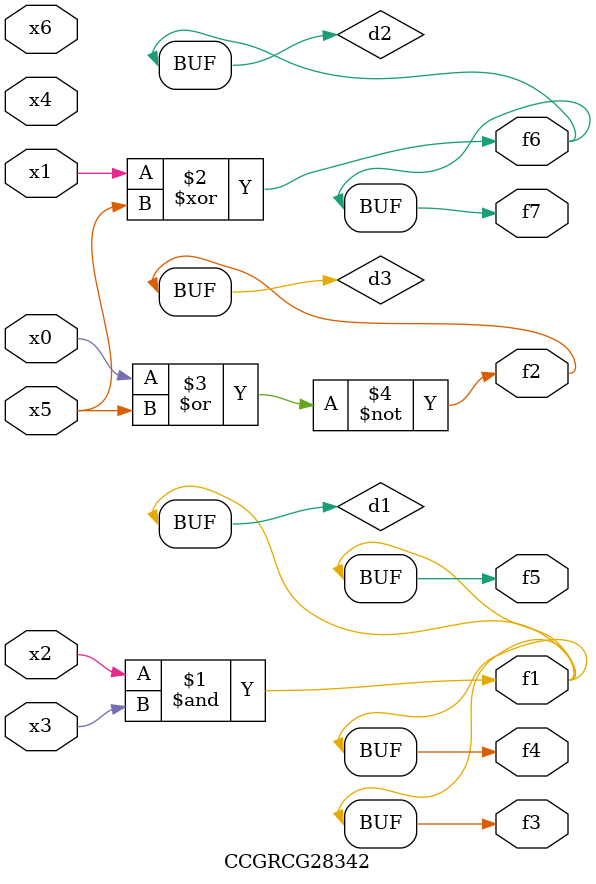
<source format=v>
module CCGRCG28342(
	input x0, x1, x2, x3, x4, x5, x6,
	output f1, f2, f3, f4, f5, f6, f7
);

	wire d1, d2, d3;

	and (d1, x2, x3);
	xor (d2, x1, x5);
	nor (d3, x0, x5);
	assign f1 = d1;
	assign f2 = d3;
	assign f3 = d1;
	assign f4 = d1;
	assign f5 = d1;
	assign f6 = d2;
	assign f7 = d2;
endmodule

</source>
